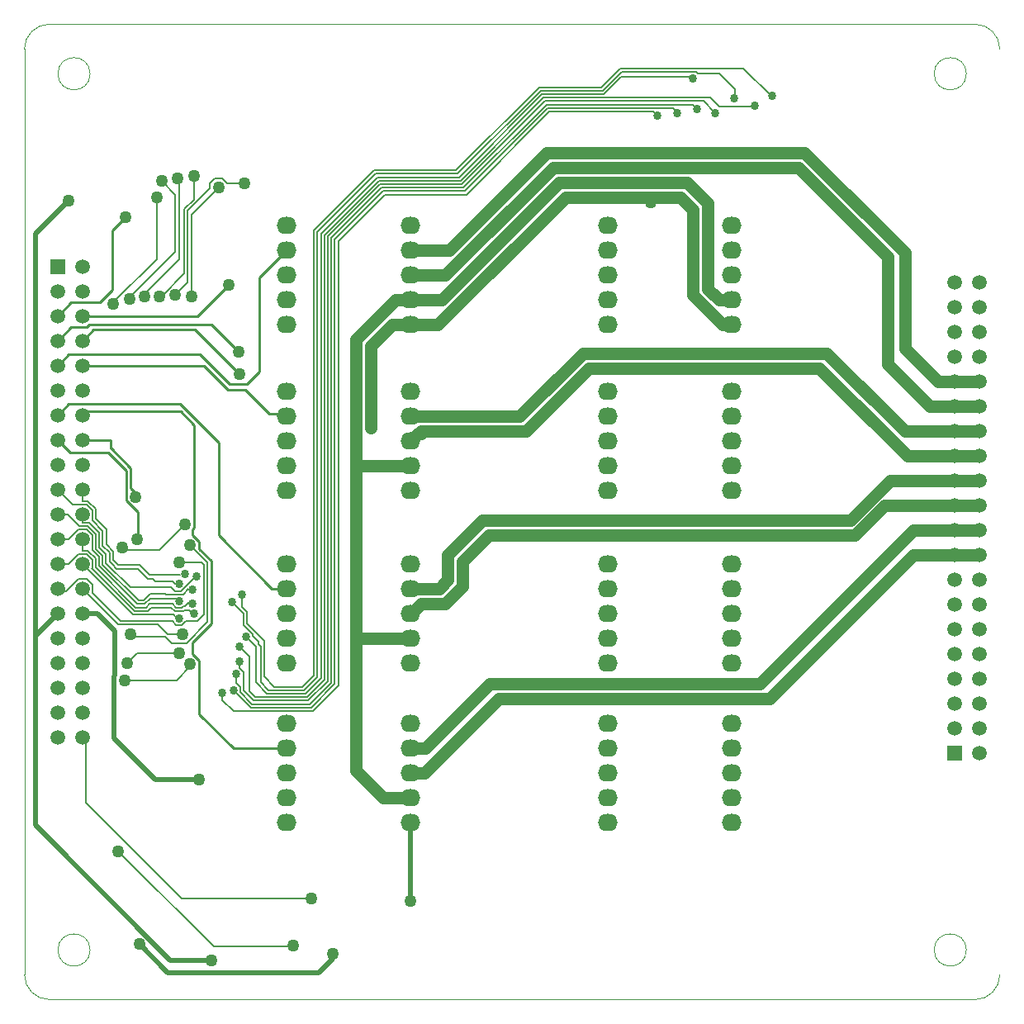
<source format=gbl>
G04 Layer_Physical_Order=2*
G04 Layer_Color=16711680*
%FSLAX25Y25*%
%MOIN*%
G70*
G01*
G75*
%ADD14C,0.05000*%
%ADD15C,0.00800*%
%ADD16C,0.01000*%
%ADD17C,0.02000*%
%ADD18C,0.00600*%
%ADD19C,0.00050*%
%ADD20C,0.05905*%
%ADD21R,0.05905X0.05905*%
%ADD22O,0.08000X0.07000*%
%ADD23C,0.03400*%
%ADD24C,0.05000*%
D14*
X531000Y558000D02*
X624000D01*
X505500Y532500D02*
X531000Y558000D01*
X624000D02*
X659500Y522500D01*
X678500Y482500D02*
X688500D01*
X662000D02*
X678500D01*
X604000Y424500D02*
X662000Y482500D01*
X494500Y424500D02*
X604000D01*
X678500Y492500D02*
X688500D01*
X662000D02*
X678500D01*
X600000Y430500D02*
X662000Y492500D01*
X678500Y502500D02*
X688500D01*
X650420D02*
X678500D01*
X638434Y490515D02*
X650420Y502500D01*
X490515Y490515D02*
X638434D01*
X678500Y512500D02*
X688500D01*
X652500D02*
X678500D01*
X636515Y496515D02*
X652500Y512500D01*
X488029Y496515D02*
X636515D01*
X678500Y522500D02*
X688500D01*
X659500D02*
X678500D01*
Y532500D02*
X688500D01*
X658500D02*
X678500D01*
X627000Y564000D02*
X658500Y532500D01*
X528515Y564000D02*
X627000D01*
X618000Y645000D02*
X658500Y604500D01*
Y566000D02*
Y604500D01*
Y566000D02*
X672000Y552500D01*
X678500D01*
X688500D01*
X678500Y542500D02*
X688500D01*
X668500D02*
X678500D01*
X651500Y559500D02*
X668500Y542500D01*
X651500Y559500D02*
Y603015D01*
X615515Y639000D02*
X651500Y603015D01*
X514029Y645000D02*
X618000D01*
X516515Y639000D02*
X615515D01*
X473015Y595500D02*
X516515Y639000D01*
X459000Y595500D02*
X473015D01*
X474529Y605500D02*
X514029Y645000D01*
X459000Y605500D02*
X474529D01*
X556000Y627000D02*
X568015D01*
X521485D02*
X556000D01*
X443000Y534000D02*
Y567000D01*
X451500Y575500D01*
X437000Y518500D02*
Y569500D01*
Y518500D02*
X459000D01*
X437000Y569500D02*
X453000Y585500D01*
X451500Y575500D02*
X459000D01*
X453000Y585500D02*
X459000D01*
X469985Y575500D02*
X521485Y627000D01*
X459000Y575500D02*
X469985D01*
X568015Y627000D02*
X573000Y622015D01*
Y587515D02*
Y622015D01*
Y587515D02*
X585015Y575500D01*
X588500D01*
X579000Y590000D02*
Y624500D01*
X570500Y633000D02*
X579000Y624500D01*
X583500Y585500D02*
X588500D01*
X579000Y590000D02*
X583500Y585500D01*
X519000Y633000D02*
X570500D01*
X471500Y585500D02*
X519000Y633000D01*
X459000Y585500D02*
X471500D01*
X437000Y449000D02*
Y518000D01*
Y395500D02*
Y449000D01*
X459000D01*
X437000Y395500D02*
X448000Y384500D01*
X459000D01*
X464500Y394500D02*
X494500Y424500D01*
X459000Y394500D02*
X464500D01*
X459000Y404500D02*
X465000D01*
X491000Y430500D01*
X600000D01*
X474000Y482485D02*
X488029Y496515D01*
X474000Y472500D02*
Y482485D01*
X480000Y480000D02*
X490515Y490515D01*
X480000Y470015D02*
Y480000D01*
X472985Y463000D02*
X480000Y470015D01*
X463400Y463000D02*
X472985D01*
X459400Y459000D02*
X463400Y463000D01*
X459000Y459000D02*
X459400D01*
X459000Y469000D02*
X470500D01*
X474000Y472500D01*
X503015Y538500D02*
X528515Y564000D01*
X459000Y538500D02*
X503015D01*
X459000Y528500D02*
X462000Y531500D01*
X463400D01*
Y532500D01*
X505500D01*
D15*
X316500Y499000D02*
X320500D01*
X316500Y479000D02*
X320910D01*
X346000Y449500D02*
X360020D01*
X316500Y489000D02*
X320910D01*
X326500Y495753D02*
X329297D01*
X557000Y661500D02*
X558500Y660000D01*
X566500Y661000D02*
Y661500D01*
X565000Y663000D02*
X566500Y661500D01*
X574500Y662500D02*
Y663000D01*
X573100Y664400D02*
X574500Y663000D01*
X513799Y664400D02*
X573100D01*
X577200Y665800D02*
X582000Y661000D01*
X597500Y663500D02*
X598000Y664000D01*
X583500Y663500D02*
X597500D01*
X579800Y667200D02*
X583500Y663500D01*
X512640Y667200D02*
X579800D01*
X572500Y675500D02*
X573000Y675000D01*
X593400Y679100D02*
X604500Y668000D01*
X535900Y671400D02*
X543600Y679100D01*
X574300Y677700D02*
X575000Y677000D01*
X536480Y670000D02*
X544180Y677700D01*
X574300D01*
X543600Y679100D02*
X593400D01*
X544000Y675500D02*
X572500D01*
X537100Y668600D02*
X544000Y675500D01*
X511480Y670000D02*
X536480D01*
X589500Y667000D02*
X590000Y667500D01*
Y670500D01*
X583500Y677000D02*
X590000Y670500D01*
X575000Y677000D02*
X583500D01*
X604500Y668000D02*
X605000D01*
X510900Y671400D02*
X535900D01*
X387500Y419500D02*
X419501D01*
X394500Y421000D02*
X418879D01*
X395100Y422400D02*
X418299D01*
X395680Y423800D02*
X417720D01*
X391000Y461480D02*
Y466500D01*
X399900Y433600D02*
X404100Y429400D01*
X392900Y455100D02*
X399900Y448100D01*
X392900Y455100D02*
Y459580D01*
X391000Y461480D02*
X392900Y459580D01*
X399900Y433600D02*
Y448100D01*
X331853Y497157D02*
X336170Y492840D01*
X328717Y504353D02*
X331853Y501217D01*
X336170Y486799D02*
X339000Y483969D01*
X336170Y486799D02*
Y492840D01*
X326500Y504353D02*
Y509000D01*
X331853Y497157D02*
Y501217D01*
X326500Y504353D02*
X328717D01*
X349500Y478500D02*
X353500Y474500D01*
X366000D01*
X339000Y480500D02*
X341000Y478500D01*
X339000Y480500D02*
Y483969D01*
X341000Y478500D02*
X349500D01*
X387000Y463500D02*
X391500Y459000D01*
X395200Y449800D02*
Y450618D01*
X391500Y454318D02*
X395200Y450618D01*
X391500Y454318D02*
Y459000D01*
X398500Y431180D02*
X401680Y428000D01*
X397500Y446500D02*
Y447500D01*
X395200Y449800D02*
X397500Y447500D01*
X398500Y431180D02*
Y445500D01*
X397500Y446500D02*
X398500Y445500D01*
X333370Y485640D02*
X336053Y482957D01*
X329297Y495753D02*
X333370Y491680D01*
X336053Y479347D02*
Y482957D01*
X326500Y495753D02*
Y499000D01*
X333370Y485640D02*
Y491680D01*
X372318Y474000D02*
X372500D01*
X366418Y468100D02*
X372318Y474000D01*
X363802Y468100D02*
X366418D01*
X345899Y469500D02*
X362402D01*
X336053Y479347D02*
X345899Y469500D01*
X362402D02*
X363802Y468100D01*
X363000Y472000D02*
X364000Y471000D01*
X356000Y472000D02*
X363000D01*
X364000Y471000D02*
X365500D01*
X396500Y431200D02*
X401100Y426600D01*
X396500Y431200D02*
Y445500D01*
X392500Y449500D02*
X396500Y445500D01*
X330453Y496577D02*
X334770Y492260D01*
X328137Y502953D02*
X330453Y500637D01*
X334770Y486220D02*
X337453Y483537D01*
X334770Y486220D02*
Y492260D01*
X316500Y509000D02*
X322547Y502953D01*
X330453Y496577D02*
Y500637D01*
X322547Y502953D02*
X328137D01*
X348920Y477100D02*
X352920Y473100D01*
X340420Y477100D02*
X348920D01*
X354900Y473100D02*
X356000Y472000D01*
X352920Y473100D02*
X354900D01*
X337453Y480047D02*
X338500Y479000D01*
X337453Y480047D02*
Y483537D01*
X338520Y479000D02*
X340420Y477100D01*
X338500Y479000D02*
X338520D01*
X367200Y466700D02*
X369375Y468875D01*
X394000Y427460D02*
X396260Y425200D01*
X390000Y445500D02*
X394000Y441500D01*
Y427460D02*
Y441500D01*
X328717Y494353D02*
X331970Y491100D01*
X325147Y494353D02*
X328717D01*
X331970Y485060D02*
X334653Y482377D01*
X331970Y485060D02*
Y491100D01*
X320500Y499000D02*
X325147Y494353D01*
X353990Y467000D02*
X360000D01*
X351189Y464200D02*
X353990Y467000D01*
X360300Y466700D02*
X367200D01*
X360000Y467000D02*
X360300Y466700D01*
X334653Y478767D02*
X349220Y464200D01*
X334653Y478767D02*
Y482377D01*
X349220Y464200D02*
X351189D01*
X391600Y427880D02*
X395680Y423800D01*
X390000Y436818D02*
Y439500D01*
X391600Y427880D02*
Y435218D01*
X390000Y436818D02*
X391600Y435218D01*
X330570Y484480D02*
X333253Y481797D01*
Y478187D02*
Y481797D01*
X328137Y492953D02*
X330570Y490520D01*
X324863Y492953D02*
X328137D01*
X320910Y489000D02*
X324863Y492953D01*
X330570Y484480D02*
Y490520D01*
X365000Y465000D02*
X365500Y464500D01*
Y464000D02*
Y464500D01*
X353969Y465000D02*
X365000D01*
X333253Y478187D02*
X348640Y462800D01*
X351769D02*
X353969Y465000D01*
X348640Y462800D02*
X351769D01*
X390200Y427300D02*
X395100Y422400D01*
X388500Y430818D02*
Y434500D01*
X390200Y427300D02*
Y429118D01*
X388500Y430818D02*
X390200Y429118D01*
X367800Y461800D02*
X369500Y463500D01*
X328717Y484353D02*
X331853Y481217D01*
X367118Y461800D02*
X367800D01*
X353749Y462800D02*
X362882D01*
X326500Y484353D02*
Y489000D01*
X331853Y477607D02*
Y481217D01*
X326500Y484353D02*
X328717D01*
X366618Y461300D02*
X367118Y461800D01*
X364382Y461300D02*
X366618D01*
X362882Y462800D02*
X364382Y461300D01*
X331853Y477607D02*
X348060Y461400D01*
X352349D02*
X353749Y462800D01*
X348060Y461400D02*
X352349D01*
X369600Y460400D02*
X371000Y459000D01*
X371500D01*
X367698Y460400D02*
X369600D01*
X387500Y428000D02*
X394500Y421000D01*
X330453Y477363D02*
Y480637D01*
X328137Y482953D02*
X330453Y480637D01*
X330285Y477195D02*
Y477195D01*
X330453Y477363D01*
X324863Y482953D02*
X328137D01*
X320910Y479000D02*
X324863Y482953D01*
X362302Y461400D02*
X363802Y459900D01*
X354329Y461400D02*
X362302D01*
X367198Y459900D02*
X367698Y460400D01*
X363802Y459900D02*
X367198D01*
X352929Y460000D02*
X354329Y461400D01*
X330285Y477195D02*
X347480Y460000D01*
X352929D01*
X383000Y424000D02*
Y427000D01*
Y424000D02*
X387500Y419500D01*
X364722Y457000D02*
X365500D01*
X346900Y458600D02*
X363122D01*
X326500Y479000D02*
X346900Y458600D01*
X363122D02*
X364722Y457000D01*
X477400Y637900D02*
X510900Y671400D01*
X477980Y636500D02*
X511480Y670000D01*
X512060Y668600D02*
X537100D01*
X478560Y635100D02*
X512060Y668600D01*
X479140Y633700D02*
X512640Y667200D01*
X513220Y665800D02*
X577200D01*
X479720Y632300D02*
X513220Y665800D01*
X480300Y630900D02*
X513799Y664400D01*
X514379Y663000D02*
X565000D01*
X480879Y629500D02*
X514379Y663000D01*
X515001Y661500D02*
X557000D01*
X481501Y628000D02*
X515001Y661500D01*
X448500Y628000D02*
X481501D01*
X446139Y633700D02*
X479140D01*
X444979Y636500D02*
X477980D01*
X444399Y637900D02*
X477400D01*
X420000Y613501D02*
X444399Y637900D01*
X421400Y612921D02*
X444979Y636500D01*
X445559Y635100D02*
X478560D01*
X422800Y612341D02*
X445559Y635100D01*
X424200Y611761D02*
X446139Y633700D01*
X446719Y632300D02*
X479720D01*
X425600Y611181D02*
X446719Y632300D01*
X447299Y630900D02*
X480300D01*
X427000Y610601D02*
X447299Y630900D01*
X447879Y629500D02*
X480879D01*
X428400Y610021D02*
X447879Y629500D01*
X429900Y609400D02*
X448500Y628000D01*
X420000Y434000D02*
Y613501D01*
X421400Y433420D02*
Y612921D01*
X422800Y432840D02*
Y612341D01*
X424200Y432260D02*
Y611761D01*
X427000Y431101D02*
Y610601D01*
X428400Y430521D02*
Y610021D01*
X429900Y429899D02*
Y609400D01*
X425600Y431680D02*
Y611181D01*
X419501Y419500D02*
X429900Y429899D01*
X418879Y421000D02*
X428400Y430521D01*
X418299Y422400D02*
X427000Y431101D01*
X417720Y423800D02*
X425600Y431680D01*
X417140Y425200D02*
X424200Y432260D01*
X416560Y426600D02*
X422800Y432840D01*
X415980Y428000D02*
X421400Y433420D01*
X415400Y429400D02*
X420000Y434000D01*
X396260Y425200D02*
X417140D01*
X401100Y426600D02*
X416560D01*
X401680Y428000D02*
X415980D01*
X404100Y429400D02*
X415400D01*
X364500Y432000D02*
X370000Y437500D01*
X343500Y432000D02*
X364500D01*
X348500Y443000D02*
X365500D01*
X344500Y439000D02*
X348500Y443000D01*
X341000Y454500D02*
X357000D01*
X326500Y469000D02*
X341000Y454500D01*
X341915Y455900D02*
X362782D01*
X330453Y467363D02*
X341915Y455900D01*
X330453Y467363D02*
Y470637D01*
X328137Y472953D02*
X330453Y470637D01*
X370000Y437500D02*
Y438500D01*
X377000Y455550D02*
Y479500D01*
X368450Y447000D02*
X377000Y455550D01*
X375500Y458500D02*
Y478500D01*
X372900Y455900D02*
X375500Y458500D01*
X368550Y455900D02*
X372900D01*
X368450Y456000D02*
X368550Y455900D01*
X368318Y456000D02*
X368450D01*
X366618Y454300D02*
X368318Y456000D01*
X361000Y450500D02*
X367000D01*
X364382Y454300D02*
X366618D01*
X362782Y455900D02*
X364382Y454300D01*
X362520Y447000D02*
X368450D01*
X360020Y449500D02*
X362520Y447000D01*
X346000Y449500D02*
Y450500D01*
X374500Y479500D02*
X375500Y478500D01*
X370000Y486500D02*
X377000Y479500D01*
X357000Y454500D02*
X361000Y450500D01*
X342500Y485500D02*
X343500D01*
X344500Y484500D01*
X365500Y479500D02*
X374500D01*
X344500Y484500D02*
X357500D01*
X368000Y495000D01*
X324863Y472953D02*
X328137D01*
X319910Y468000D02*
X324863Y472953D01*
X317500Y468000D02*
X319910D01*
X316500Y469000D02*
X317500Y468000D01*
X339000Y584000D02*
Y584500D01*
X356500Y602000D01*
Y627000D01*
X345500Y586000D02*
Y586500D01*
X364000Y605000D01*
Y628000D01*
X358500Y633500D02*
X364000Y628000D01*
X351500Y587000D02*
Y588000D01*
X365500Y602000D01*
Y634000D01*
X365000Y634500D02*
X365500Y634000D01*
X357500Y587000D02*
X358550D01*
X367700Y596150D01*
Y622180D01*
X371500Y625980D01*
Y635500D01*
X364000Y587500D02*
X369100Y592600D01*
Y621600D01*
X378000Y630500D01*
Y632450D01*
X380050Y634500D01*
X382950D01*
X384950Y632500D01*
X392000D01*
X370500Y587000D02*
Y620000D01*
X381500Y631000D01*
D16*
X316500Y559000D02*
X320953Y563453D01*
X326500Y539000D02*
X328000Y540500D01*
X326500Y579000D02*
X373000D01*
X316500Y539000D02*
X321000Y543500D01*
X316500Y569000D02*
X322047Y574547D01*
X326500Y559000D02*
X375672D01*
X326500Y529000D02*
X338000D01*
X326500Y569000D02*
X331000Y573500D01*
X316500Y579000D02*
X322047Y584547D01*
X387500Y404500D02*
X409000D01*
X373600Y418400D02*
X387500Y404500D01*
X373600Y418400D02*
Y439991D01*
X371000Y442591D02*
X373600Y439991D01*
X371000Y442591D02*
Y447429D01*
X378500Y454929D01*
Y480121D01*
X373600Y485021D02*
X378500Y480121D01*
X371000Y490591D02*
X373600Y487991D01*
X371000Y490591D02*
Y492909D01*
X366172Y540500D02*
X371600Y535072D01*
Y493509D02*
Y535072D01*
X371000Y492909D02*
X371600Y493509D01*
X373600Y485021D02*
Y487991D01*
X338163Y525600D02*
X346000Y517763D01*
Y509500D02*
Y517763D01*
Y509500D02*
X348000Y507500D01*
X344400Y504509D02*
Y516600D01*
X337000Y524000D02*
X344400Y516600D01*
X321500Y524000D02*
X337000D01*
X338000Y525600D02*
X338163D01*
X338000D02*
Y529000D01*
X344400Y504509D02*
X348900Y500009D01*
Y489400D02*
Y500009D01*
X348000Y506000D02*
Y507500D01*
X348500Y489000D02*
X348900Y489400D01*
X398000Y556500D02*
Y594500D01*
X393000Y551500D02*
X398000Y556500D01*
X386000Y551500D02*
X393000D01*
X316500Y529000D02*
X321500Y524000D01*
X403000Y469000D02*
X409000D01*
X328000Y540500D02*
X366172D01*
X321000Y543500D02*
X366000D01*
X381500Y528000D01*
Y490500D02*
Y528000D01*
Y490500D02*
X403000Y469000D01*
X385379Y549293D02*
X392207D01*
X375672Y559000D02*
X385379Y549293D01*
X392207D02*
X402000Y539500D01*
X408000D01*
X409000Y538500D01*
X374047Y563453D02*
X386000Y551500D01*
X320953Y563453D02*
X374047D01*
X398000Y594500D02*
X409000Y605500D01*
X331000Y573500D02*
X372000D01*
X390000Y555500D01*
X322047Y574547D02*
X328344D01*
X329297Y575500D01*
X378500D01*
X389500Y564500D01*
X373000Y579000D02*
X385500Y591500D01*
X322047Y584547D02*
X333547D01*
X338500Y589500D01*
Y613500D01*
X344000Y619000D01*
D17*
X326500Y459000D02*
X332500D01*
X356000Y392000D02*
X373500D01*
X332500Y459000D02*
X339500Y452000D01*
Y433798D02*
Y452000D01*
X556000Y625000D02*
Y626000D01*
X556500Y626500D01*
X556000Y627000D02*
X556500Y626500D01*
X307500Y450000D02*
Y612177D01*
X321000Y625677D01*
X339400Y408600D02*
X356000Y392000D01*
X339400Y408600D02*
Y433698D01*
X339500Y433798D01*
X459000Y343000D02*
Y374500D01*
X307500Y450000D02*
X316500Y459000D01*
X307500Y373500D02*
Y450000D01*
Y373500D02*
X362000Y319000D01*
X378500D01*
X427500Y319500D02*
Y321500D01*
X422000Y314000D02*
X427500Y319500D01*
X361000Y314000D02*
X422000D01*
X349500Y325500D02*
X361000Y314000D01*
D18*
X379500Y324500D02*
X411500D01*
X366505Y344000D02*
X419000D01*
X328000Y382505D02*
X366505Y344000D01*
X328000Y382505D02*
Y407500D01*
X326500Y409000D02*
X328000Y407500D01*
X411500Y324500D02*
Y325000D01*
X341000Y363000D02*
X379500Y324500D01*
D19*
X696850Y686850D02*
G03*
X686850Y696850I-10000J0D01*
G01*
Y303150D02*
G03*
X696850Y313150I0J10000D01*
G01*
X303150D02*
G03*
X313150Y303150I10000J0D01*
G01*
Y696850D02*
G03*
X303150Y686850I0J-10000D01*
G01*
X329646Y676850D02*
G03*
X329646Y676850I-6496J0D01*
G01*
X683347Y323150D02*
G03*
X683347Y323150I-6496J0D01*
G01*
X329646D02*
G03*
X329646Y323150I-6496J0D01*
G01*
X683347Y676850D02*
G03*
X683347Y676850I-6496J0D01*
G01*
X313150Y303150D02*
X686850D01*
X303150Y313150D02*
Y686850D01*
X313150Y696850D02*
X686850D01*
D20*
X688500Y592500D02*
D03*
X678500D02*
D03*
X688500Y582500D02*
D03*
X678500D02*
D03*
X688500Y572500D02*
D03*
X678500D02*
D03*
X688500Y562500D02*
D03*
X678500D02*
D03*
X688500Y552500D02*
D03*
X678500D02*
D03*
X688500Y542500D02*
D03*
X678500D02*
D03*
X688500Y532500D02*
D03*
X678500D02*
D03*
X688500Y522500D02*
D03*
X678500D02*
D03*
X688500Y512500D02*
D03*
X678500D02*
D03*
X688500Y502500D02*
D03*
X678500D02*
D03*
X688500Y492500D02*
D03*
X678500D02*
D03*
X688500Y482500D02*
D03*
X678500D02*
D03*
X688500Y472500D02*
D03*
X678500D02*
D03*
X688500Y462500D02*
D03*
X678500D02*
D03*
X688500Y452500D02*
D03*
X678500D02*
D03*
X688500Y442500D02*
D03*
X678500D02*
D03*
X688500Y432500D02*
D03*
X678500D02*
D03*
X688500Y422500D02*
D03*
X678500D02*
D03*
X688500Y412500D02*
D03*
X678500D02*
D03*
X688500Y402500D02*
D03*
X326500Y409000D02*
D03*
X316500D02*
D03*
X326500Y419000D02*
D03*
X316500D02*
D03*
X326500Y429000D02*
D03*
X316500D02*
D03*
X326500Y439000D02*
D03*
X316500D02*
D03*
X326500Y449000D02*
D03*
X316500D02*
D03*
X326500Y459000D02*
D03*
X316500D02*
D03*
X326500Y469000D02*
D03*
X316500D02*
D03*
X326500Y479000D02*
D03*
X316500D02*
D03*
X326500Y489000D02*
D03*
X316500D02*
D03*
X326500Y499000D02*
D03*
X316500D02*
D03*
X326500Y509000D02*
D03*
X316500D02*
D03*
X326500Y519000D02*
D03*
X316500D02*
D03*
X326500Y529000D02*
D03*
X316500D02*
D03*
X326500Y539000D02*
D03*
X316500D02*
D03*
X326500Y549000D02*
D03*
X316500D02*
D03*
X326500Y559000D02*
D03*
X316500D02*
D03*
X326500Y569000D02*
D03*
X316500D02*
D03*
X326500Y579000D02*
D03*
X316500D02*
D03*
X326500Y589000D02*
D03*
X316500D02*
D03*
X326500Y599000D02*
D03*
D21*
X678500Y402500D02*
D03*
X316500Y599000D02*
D03*
D22*
X588500Y414500D02*
D03*
Y404500D02*
D03*
Y394500D02*
D03*
Y384500D02*
D03*
Y374500D02*
D03*
X538500D02*
D03*
Y384500D02*
D03*
Y394500D02*
D03*
Y404500D02*
D03*
Y414500D02*
D03*
X459000Y615500D02*
D03*
Y605500D02*
D03*
Y595500D02*
D03*
Y585500D02*
D03*
Y575500D02*
D03*
X409000D02*
D03*
Y585500D02*
D03*
Y595500D02*
D03*
Y605500D02*
D03*
Y615500D02*
D03*
X459000Y548500D02*
D03*
Y538500D02*
D03*
Y528500D02*
D03*
Y518500D02*
D03*
Y508500D02*
D03*
X409000D02*
D03*
Y518500D02*
D03*
Y528500D02*
D03*
Y538500D02*
D03*
Y548500D02*
D03*
X459000Y479000D02*
D03*
Y469000D02*
D03*
Y459000D02*
D03*
Y449000D02*
D03*
Y439000D02*
D03*
X409000D02*
D03*
Y449000D02*
D03*
Y459000D02*
D03*
Y469000D02*
D03*
Y479000D02*
D03*
X459000Y414500D02*
D03*
Y404500D02*
D03*
Y394500D02*
D03*
Y384500D02*
D03*
Y374500D02*
D03*
X409000D02*
D03*
Y384500D02*
D03*
Y394500D02*
D03*
Y404500D02*
D03*
Y414500D02*
D03*
X588500Y615500D02*
D03*
Y605500D02*
D03*
Y595500D02*
D03*
Y585500D02*
D03*
Y575500D02*
D03*
X538500D02*
D03*
Y585500D02*
D03*
Y595500D02*
D03*
Y605500D02*
D03*
Y615500D02*
D03*
X588500Y548500D02*
D03*
Y538500D02*
D03*
Y528500D02*
D03*
Y518500D02*
D03*
Y508500D02*
D03*
X538500D02*
D03*
Y518500D02*
D03*
Y528500D02*
D03*
Y538500D02*
D03*
Y548500D02*
D03*
X588500Y479000D02*
D03*
Y469000D02*
D03*
Y459000D02*
D03*
Y449000D02*
D03*
Y439000D02*
D03*
X538500D02*
D03*
Y449000D02*
D03*
Y459000D02*
D03*
Y469000D02*
D03*
Y479000D02*
D03*
D23*
X558500Y660000D02*
D03*
X566500Y661000D02*
D03*
X574500Y662500D02*
D03*
X582000Y661000D02*
D03*
X598000Y664000D02*
D03*
X573000Y675000D02*
D03*
X589500Y667000D02*
D03*
X605000Y668000D02*
D03*
X391000Y466500D02*
D03*
X368000Y475000D02*
D03*
X387000Y463500D02*
D03*
X372500Y474000D02*
D03*
X365500Y471000D02*
D03*
X392500Y449500D02*
D03*
X371000Y468500D02*
D03*
X390000Y445500D02*
D03*
Y439500D02*
D03*
X365500Y464000D02*
D03*
X388500Y434500D02*
D03*
X371000Y463000D02*
D03*
X371500Y459000D02*
D03*
X387500Y428000D02*
D03*
X383000Y427000D02*
D03*
X365500Y457000D02*
D03*
D24*
X443000Y534000D02*
D03*
X370000Y438500D02*
D03*
X367000Y450500D02*
D03*
X365500Y443000D02*
D03*
X346000Y450500D02*
D03*
X342500Y485500D02*
D03*
X365500Y479500D02*
D03*
X556000Y625000D02*
D03*
X321000Y625677D02*
D03*
X343500Y432000D02*
D03*
X344500Y439000D02*
D03*
X370000Y486500D02*
D03*
X368000Y495000D02*
D03*
X339000Y584000D02*
D03*
X356500Y627000D02*
D03*
X345500Y586000D02*
D03*
X358500Y633500D02*
D03*
X351500Y587000D02*
D03*
X365000Y634500D02*
D03*
X357500Y587000D02*
D03*
X371500Y635500D02*
D03*
X364000Y587500D02*
D03*
X392000Y632500D02*
D03*
X370500Y587000D02*
D03*
X381500Y631000D02*
D03*
X348000Y506000D02*
D03*
X348500Y489000D02*
D03*
X459000Y343000D02*
D03*
X378500Y319000D02*
D03*
X427500Y321500D02*
D03*
X349500Y325500D02*
D03*
X419000Y344000D02*
D03*
X411500Y325000D02*
D03*
X341000Y363000D02*
D03*
X373500Y392000D02*
D03*
X390000Y555500D02*
D03*
X389500Y564500D02*
D03*
X385500Y591500D02*
D03*
X344000Y619000D02*
D03*
M02*

</source>
